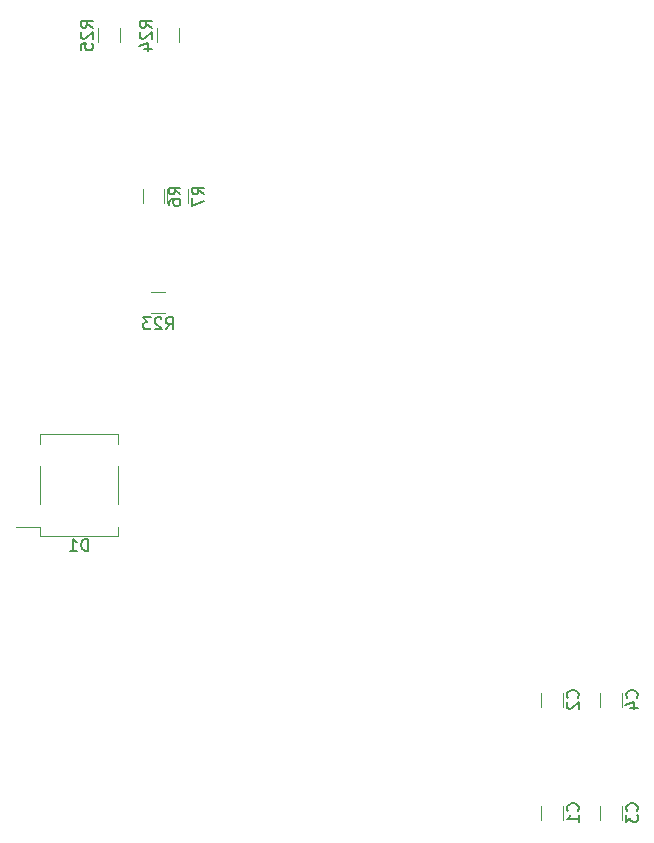
<source format=gbo>
G04 #@! TF.GenerationSoftware,KiCad,Pcbnew,5.0.2-bee76a0~70~ubuntu18.04.1*
G04 #@! TF.CreationDate,2020-01-07T12:16:07+05:00*
G04 #@! TF.ProjectId,headamp,68656164-616d-4702-9e6b-696361645f70,rev?*
G04 #@! TF.SameCoordinates,Original*
G04 #@! TF.FileFunction,Legend,Bot*
G04 #@! TF.FilePolarity,Positive*
%FSLAX46Y46*%
G04 Gerber Fmt 4.6, Leading zero omitted, Abs format (unit mm)*
G04 Created by KiCad (PCBNEW 5.0.2-bee76a0~70~ubuntu18.04.1) date Вт 07 янв 2020 12:16:07*
%MOMM*%
%LPD*%
G01*
G04 APERTURE LIST*
%ADD10C,0.120000*%
%ADD11C,0.150000*%
G04 APERTURE END LIST*
D10*
G04 #@! TO.C,C1*
X-234396696Y157562146D02*
X-234396696Y158766274D01*
X-232576696Y157562146D02*
X-232576696Y158766274D01*
G04 #@! TO.C,C2*
X-234396696Y167139646D02*
X-234396696Y168343774D01*
X-232576696Y167139646D02*
X-232576696Y168343774D01*
G04 #@! TO.C,C3*
X-229396696Y157562146D02*
X-229396696Y158766274D01*
X-227576696Y157562146D02*
X-227576696Y158766274D01*
G04 #@! TO.C,C4*
X-229396696Y167139646D02*
X-229396696Y168343774D01*
X-227576696Y167139646D02*
X-227576696Y168343774D01*
G04 #@! TO.C,D1*
X-276800000Y181610000D02*
X-270200000Y181610000D01*
X-270200000Y184310000D02*
X-270200000Y187510000D01*
X-276800000Y184310000D02*
X-276800000Y187510000D01*
X-270200000Y190210000D02*
X-270200000Y189410000D01*
X-276800000Y190210000D02*
X-270200000Y190210000D01*
X-276800000Y189410000D02*
X-276800000Y190210000D01*
X-276802000Y181592000D02*
X-276802000Y182354000D01*
X-276802000Y182354000D02*
X-278834000Y182354000D01*
X-278834000Y182354000D02*
X-278834000Y182354000D01*
X-270198000Y182354000D02*
X-270198000Y181592000D01*
X-270198000Y181592000D02*
X-270198000Y181592000D01*
G04 #@! TO.C,R6*
X-268115240Y209748192D02*
X-268115240Y210952320D01*
X-266295240Y209748192D02*
X-266295240Y210952320D01*
G04 #@! TO.C,R7*
X-266115240Y209748192D02*
X-266115240Y210952320D01*
X-264295240Y209748192D02*
X-264295240Y210952320D01*
G04 #@! TO.C,R23*
X-267422064Y202280000D02*
X-266217936Y202280000D01*
X-267422064Y200460000D02*
X-266217936Y200460000D01*
G04 #@! TO.C,R24*
X-265090000Y224602064D02*
X-265090000Y223397936D01*
X-266910000Y224602064D02*
X-266910000Y223397936D01*
G04 #@! TO.C,R25*
X-270090000Y224602064D02*
X-270090000Y223397936D01*
X-271910000Y224602064D02*
X-271910000Y223397936D01*
G04 #@! TO.C,C1*
D11*
X-231309553Y158330876D02*
X-231261934Y158378495D01*
X-231214315Y158521352D01*
X-231214315Y158616590D01*
X-231261934Y158759448D01*
X-231357172Y158854686D01*
X-231452410Y158902305D01*
X-231642886Y158949924D01*
X-231785743Y158949924D01*
X-231976219Y158902305D01*
X-232071457Y158854686D01*
X-232166696Y158759448D01*
X-232214315Y158616590D01*
X-232214315Y158521352D01*
X-232166696Y158378495D01*
X-232119076Y158330876D01*
X-231214315Y157378495D02*
X-231214315Y157949924D01*
X-231214315Y157664210D02*
X-232214315Y157664210D01*
X-232071457Y157759448D01*
X-231976219Y157854686D01*
X-231928600Y157949924D01*
G04 #@! TO.C,C2*
X-231309553Y167908376D02*
X-231261934Y167955995D01*
X-231214315Y168098852D01*
X-231214315Y168194090D01*
X-231261934Y168336948D01*
X-231357172Y168432186D01*
X-231452410Y168479805D01*
X-231642886Y168527424D01*
X-231785743Y168527424D01*
X-231976219Y168479805D01*
X-232071457Y168432186D01*
X-232166696Y168336948D01*
X-232214315Y168194090D01*
X-232214315Y168098852D01*
X-232166696Y167955995D01*
X-232119076Y167908376D01*
X-232119076Y167527424D02*
X-232166696Y167479805D01*
X-232214315Y167384567D01*
X-232214315Y167146471D01*
X-232166696Y167051233D01*
X-232119076Y167003614D01*
X-232023838Y166955995D01*
X-231928600Y166955995D01*
X-231785743Y167003614D01*
X-231214315Y167575043D01*
X-231214315Y166955995D01*
G04 #@! TO.C,C3*
X-226309553Y158330876D02*
X-226261934Y158378495D01*
X-226214315Y158521352D01*
X-226214315Y158616590D01*
X-226261934Y158759448D01*
X-226357172Y158854686D01*
X-226452410Y158902305D01*
X-226642886Y158949924D01*
X-226785743Y158949924D01*
X-226976219Y158902305D01*
X-227071457Y158854686D01*
X-227166696Y158759448D01*
X-227214315Y158616590D01*
X-227214315Y158521352D01*
X-227166696Y158378495D01*
X-227119076Y158330876D01*
X-227214315Y157997543D02*
X-227214315Y157378495D01*
X-226833362Y157711829D01*
X-226833362Y157568971D01*
X-226785743Y157473733D01*
X-226738124Y157426114D01*
X-226642886Y157378495D01*
X-226404791Y157378495D01*
X-226309553Y157426114D01*
X-226261934Y157473733D01*
X-226214315Y157568971D01*
X-226214315Y157854686D01*
X-226261934Y157949924D01*
X-226309553Y157997543D01*
G04 #@! TO.C,C4*
X-226309553Y167908376D02*
X-226261934Y167955995D01*
X-226214315Y168098852D01*
X-226214315Y168194090D01*
X-226261934Y168336948D01*
X-226357172Y168432186D01*
X-226452410Y168479805D01*
X-226642886Y168527424D01*
X-226785743Y168527424D01*
X-226976219Y168479805D01*
X-227071457Y168432186D01*
X-227166696Y168336948D01*
X-227214315Y168194090D01*
X-227214315Y168098852D01*
X-227166696Y167955995D01*
X-227119076Y167908376D01*
X-226880981Y167051233D02*
X-226214315Y167051233D01*
X-227261934Y167289329D02*
X-226547648Y167527424D01*
X-226547648Y166908376D01*
G04 #@! TO.C,D1*
X-272761904Y180357619D02*
X-272761904Y181357619D01*
X-273000000Y181357619D01*
X-273142857Y181310000D01*
X-273238095Y181214761D01*
X-273285714Y181119523D01*
X-273333333Y180929047D01*
X-273333333Y180786190D01*
X-273285714Y180595714D01*
X-273238095Y180500476D01*
X-273142857Y180405238D01*
X-273000000Y180357619D01*
X-272761904Y180357619D01*
X-274285714Y180357619D02*
X-273714285Y180357619D01*
X-274000000Y180357619D02*
X-274000000Y181357619D01*
X-273904761Y181214761D01*
X-273809523Y181119523D01*
X-273714285Y181071904D01*
G04 #@! TO.C,R6*
X-264932859Y210516922D02*
X-265409049Y210850256D01*
X-264932859Y211088351D02*
X-265932859Y211088351D01*
X-265932859Y210707398D01*
X-265885240Y210612160D01*
X-265837620Y210564541D01*
X-265742382Y210516922D01*
X-265599525Y210516922D01*
X-265504287Y210564541D01*
X-265456668Y210612160D01*
X-265409049Y210707398D01*
X-265409049Y211088351D01*
X-265932859Y209659779D02*
X-265932859Y209850256D01*
X-265885240Y209945494D01*
X-265837620Y209993113D01*
X-265694763Y210088351D01*
X-265504287Y210135970D01*
X-265123335Y210135970D01*
X-265028097Y210088351D01*
X-264980478Y210040732D01*
X-264932859Y209945494D01*
X-264932859Y209755017D01*
X-264980478Y209659779D01*
X-265028097Y209612160D01*
X-265123335Y209564541D01*
X-265361430Y209564541D01*
X-265456668Y209612160D01*
X-265504287Y209659779D01*
X-265551906Y209755017D01*
X-265551906Y209945494D01*
X-265504287Y210040732D01*
X-265456668Y210088351D01*
X-265361430Y210135970D01*
G04 #@! TO.C,R7*
X-262932859Y210516922D02*
X-263409049Y210850256D01*
X-262932859Y211088351D02*
X-263932859Y211088351D01*
X-263932859Y210707398D01*
X-263885240Y210612160D01*
X-263837620Y210564541D01*
X-263742382Y210516922D01*
X-263599525Y210516922D01*
X-263504287Y210564541D01*
X-263456668Y210612160D01*
X-263409049Y210707398D01*
X-263409049Y211088351D01*
X-263932859Y210183589D02*
X-263932859Y209516922D01*
X-262932859Y209945494D01*
G04 #@! TO.C,R23*
X-266177142Y199097619D02*
X-265843809Y199573809D01*
X-265605714Y199097619D02*
X-265605714Y200097619D01*
X-265986666Y200097619D01*
X-266081904Y200050000D01*
X-266129523Y200002380D01*
X-266177142Y199907142D01*
X-266177142Y199764285D01*
X-266129523Y199669047D01*
X-266081904Y199621428D01*
X-265986666Y199573809D01*
X-265605714Y199573809D01*
X-266558095Y200002380D02*
X-266605714Y200050000D01*
X-266700952Y200097619D01*
X-266939047Y200097619D01*
X-267034285Y200050000D01*
X-267081904Y200002380D01*
X-267129523Y199907142D01*
X-267129523Y199811904D01*
X-267081904Y199669047D01*
X-266510476Y199097619D01*
X-267129523Y199097619D01*
X-267462857Y200097619D02*
X-268081904Y200097619D01*
X-267748571Y199716666D01*
X-267891428Y199716666D01*
X-267986666Y199669047D01*
X-268034285Y199621428D01*
X-268081904Y199526190D01*
X-268081904Y199288095D01*
X-268034285Y199192857D01*
X-267986666Y199145238D01*
X-267891428Y199097619D01*
X-267605714Y199097619D01*
X-267510476Y199145238D01*
X-267462857Y199192857D01*
G04 #@! TO.C,R24*
X-267367619Y224642857D02*
X-267843809Y224976190D01*
X-267367619Y225214285D02*
X-268367619Y225214285D01*
X-268367619Y224833333D01*
X-268320000Y224738095D01*
X-268272380Y224690476D01*
X-268177142Y224642857D01*
X-268034285Y224642857D01*
X-267939047Y224690476D01*
X-267891428Y224738095D01*
X-267843809Y224833333D01*
X-267843809Y225214285D01*
X-268272380Y224261904D02*
X-268320000Y224214285D01*
X-268367619Y224119047D01*
X-268367619Y223880952D01*
X-268320000Y223785714D01*
X-268272380Y223738095D01*
X-268177142Y223690476D01*
X-268081904Y223690476D01*
X-267939047Y223738095D01*
X-267367619Y224309523D01*
X-267367619Y223690476D01*
X-268034285Y222833333D02*
X-267367619Y222833333D01*
X-268415238Y223071428D02*
X-267700952Y223309523D01*
X-267700952Y222690476D01*
G04 #@! TO.C,R25*
X-272367619Y224642857D02*
X-272843809Y224976190D01*
X-272367619Y225214285D02*
X-273367619Y225214285D01*
X-273367619Y224833333D01*
X-273320000Y224738095D01*
X-273272380Y224690476D01*
X-273177142Y224642857D01*
X-273034285Y224642857D01*
X-272939047Y224690476D01*
X-272891428Y224738095D01*
X-272843809Y224833333D01*
X-272843809Y225214285D01*
X-273272380Y224261904D02*
X-273320000Y224214285D01*
X-273367619Y224119047D01*
X-273367619Y223880952D01*
X-273320000Y223785714D01*
X-273272380Y223738095D01*
X-273177142Y223690476D01*
X-273081904Y223690476D01*
X-272939047Y223738095D01*
X-272367619Y224309523D01*
X-272367619Y223690476D01*
X-273367619Y222785714D02*
X-273367619Y223261904D01*
X-272891428Y223309523D01*
X-272939047Y223261904D01*
X-272986666Y223166666D01*
X-272986666Y222928571D01*
X-272939047Y222833333D01*
X-272891428Y222785714D01*
X-272796190Y222738095D01*
X-272558095Y222738095D01*
X-272462857Y222785714D01*
X-272415238Y222833333D01*
X-272367619Y222928571D01*
X-272367619Y223166666D01*
X-272415238Y223261904D01*
X-272462857Y223309523D01*
G04 #@! TD*
M02*

</source>
